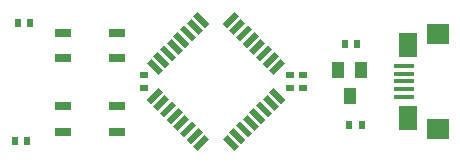
<source format=gtp>
G04 EAGLE Gerber RS-274X export*
G75*
%MOMM*%
%FSLAX34Y34*%
%LPD*%
%INSolder paste top*%
%IPPOS*%
%AMOC8*
5,1,8,0,0,1.08239X$1,22.5*%
G01*
%ADD10R,0.600000X0.700000*%
%ADD11R,0.700000X0.600000*%
%ADD12R,1.900000X1.800000*%
%ADD13R,1.750000X0.400000*%
%ADD14R,1.600000X2.100000*%
%ADD15R,1.450000X0.650000*%
%ADD16R,0.540000X1.400000*%
%ADD17R,1.000000X1.400000*%


D10*
X315810Y52070D03*
X326810Y52070D03*
X32600Y38100D03*
X43600Y38100D03*
X312000Y120650D03*
X323000Y120650D03*
D11*
X142240Y83400D03*
X142240Y94400D03*
X265430Y94400D03*
X265430Y83400D03*
X276860Y94400D03*
X276860Y83400D03*
D12*
X391160Y128900D03*
X391160Y48900D03*
D13*
X362410Y88900D03*
X362410Y95400D03*
X362410Y82400D03*
X362410Y101900D03*
X362410Y75900D03*
D14*
X365660Y119900D03*
X365660Y57900D03*
D10*
X35140Y138430D03*
X46140Y138430D03*
D15*
X73770Y130130D03*
X119270Y130130D03*
X73770Y108630D03*
X119270Y108630D03*
X73770Y67900D03*
X119270Y67900D03*
X73770Y46400D03*
X119270Y46400D03*
D16*
G36*
X148188Y69668D02*
X144370Y73486D01*
X154268Y83384D01*
X158086Y79566D01*
X148188Y69668D01*
G37*
G36*
X153845Y64011D02*
X150027Y67829D01*
X159925Y77727D01*
X163743Y73909D01*
X153845Y64011D01*
G37*
G36*
X159501Y58354D02*
X155683Y62172D01*
X165581Y72070D01*
X169399Y68252D01*
X159501Y58354D01*
G37*
G36*
X165158Y52697D02*
X161340Y56515D01*
X171238Y66413D01*
X175056Y62595D01*
X165158Y52697D01*
G37*
G36*
X170815Y47040D02*
X166997Y50858D01*
X176895Y60756D01*
X180713Y56938D01*
X170815Y47040D01*
G37*
G36*
X176401Y41454D02*
X172583Y45272D01*
X182481Y55170D01*
X186299Y51352D01*
X176401Y41454D01*
G37*
G36*
X182058Y35797D02*
X178240Y39615D01*
X188138Y49513D01*
X191956Y45695D01*
X182058Y35797D01*
G37*
G36*
X187715Y30140D02*
X183897Y33958D01*
X193795Y43856D01*
X197613Y40038D01*
X187715Y30140D01*
G37*
G36*
X222432Y33888D02*
X218614Y30070D01*
X208716Y39968D01*
X212534Y43786D01*
X222432Y33888D01*
G37*
G36*
X228089Y39545D02*
X224271Y35727D01*
X214373Y45625D01*
X218191Y49443D01*
X228089Y39545D01*
G37*
G36*
X233746Y45201D02*
X229928Y41383D01*
X220030Y51281D01*
X223848Y55099D01*
X233746Y45201D01*
G37*
G36*
X239403Y50858D02*
X235585Y47040D01*
X225687Y56938D01*
X229505Y60756D01*
X239403Y50858D01*
G37*
G36*
X245060Y56515D02*
X241242Y52697D01*
X231344Y62595D01*
X235162Y66413D01*
X245060Y56515D01*
G37*
G36*
X250717Y62172D02*
X246899Y58354D01*
X237001Y68252D01*
X240819Y72070D01*
X250717Y62172D01*
G37*
G36*
X256373Y67829D02*
X252555Y64011D01*
X242657Y73909D01*
X246475Y77727D01*
X256373Y67829D01*
G37*
G36*
X262030Y73486D02*
X258212Y69668D01*
X248314Y79566D01*
X252132Y83384D01*
X262030Y73486D01*
G37*
G36*
X258212Y108132D02*
X262030Y104314D01*
X252132Y94416D01*
X248314Y98234D01*
X258212Y108132D01*
G37*
G36*
X252555Y113789D02*
X256373Y109971D01*
X246475Y100073D01*
X242657Y103891D01*
X252555Y113789D01*
G37*
G36*
X246899Y119446D02*
X250717Y115628D01*
X240819Y105730D01*
X237001Y109548D01*
X246899Y119446D01*
G37*
G36*
X241242Y125103D02*
X245060Y121285D01*
X235162Y111387D01*
X231344Y115205D01*
X241242Y125103D01*
G37*
G36*
X235585Y130760D02*
X239403Y126942D01*
X229505Y117044D01*
X225687Y120862D01*
X235585Y130760D01*
G37*
G36*
X229928Y136417D02*
X233746Y132599D01*
X223848Y122701D01*
X220030Y126519D01*
X229928Y136417D01*
G37*
G36*
X224271Y142073D02*
X228089Y138255D01*
X218191Y128357D01*
X214373Y132175D01*
X224271Y142073D01*
G37*
G36*
X218614Y147730D02*
X222432Y143912D01*
X212534Y134014D01*
X208716Y137832D01*
X218614Y147730D01*
G37*
G36*
X183968Y143912D02*
X187786Y147730D01*
X197684Y137832D01*
X193866Y134014D01*
X183968Y143912D01*
G37*
G36*
X178311Y138255D02*
X182129Y142073D01*
X192027Y132175D01*
X188209Y128357D01*
X178311Y138255D01*
G37*
G36*
X172654Y132599D02*
X176472Y136417D01*
X186370Y126519D01*
X182552Y122701D01*
X172654Y132599D01*
G37*
G36*
X166997Y126942D02*
X170815Y130760D01*
X180713Y120862D01*
X176895Y117044D01*
X166997Y126942D01*
G37*
G36*
X161340Y121285D02*
X165158Y125103D01*
X175056Y115205D01*
X171238Y111387D01*
X161340Y121285D01*
G37*
G36*
X155683Y115628D02*
X159501Y119446D01*
X169399Y109548D01*
X165581Y105730D01*
X155683Y115628D01*
G37*
G36*
X150027Y109971D02*
X153845Y113789D01*
X163743Y103891D01*
X159925Y100073D01*
X150027Y109971D01*
G37*
G36*
X144370Y104314D02*
X148188Y108132D01*
X158086Y98234D01*
X154268Y94416D01*
X144370Y104314D01*
G37*
D17*
X316230Y76630D03*
X306730Y98630D03*
X325730Y98630D03*
M02*

</source>
